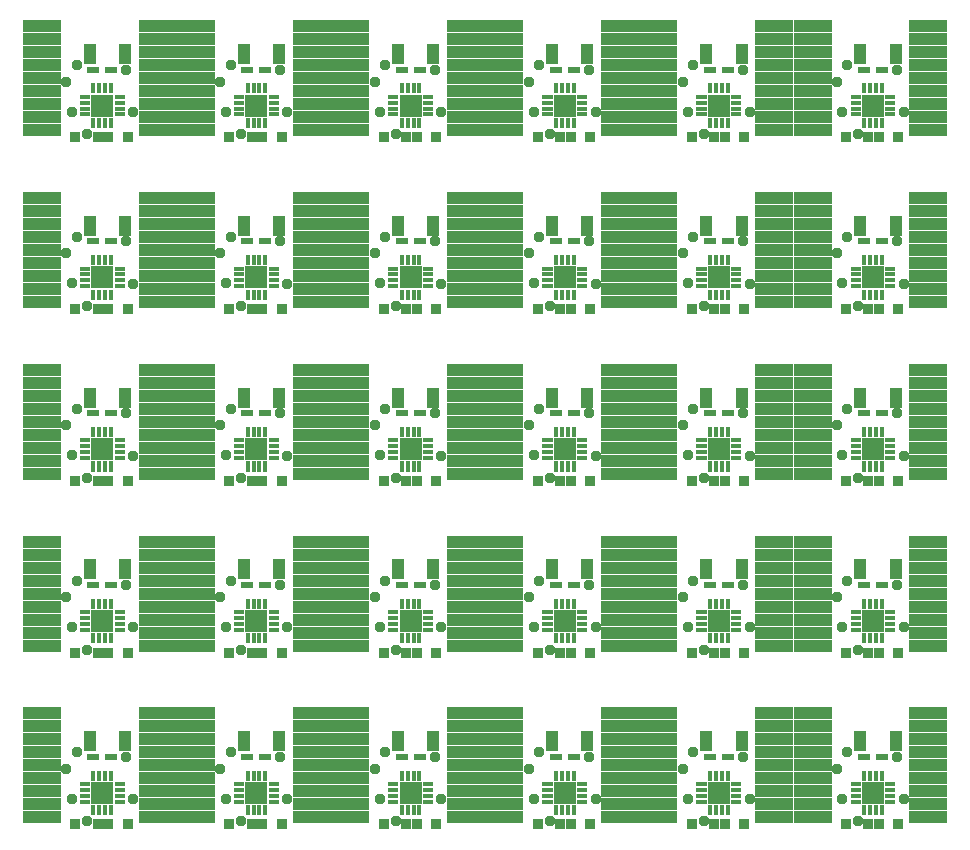
<source format=gts>
G75*
%MOIN*%
%OFA0B0*%
%FSLAX25Y25*%
%IPPOS*%
%LPD*%
%AMOC8*
5,1,8,0,0,1.08239X$1,22.5*
%
%ADD10R,0.12611X0.03950*%
%ADD11C,0.03950*%
%ADD12R,0.01981X0.02375*%
%ADD13C,0.01575*%
%ADD14R,0.06890X0.06890*%
%ADD15R,0.01575X0.02756*%
%ADD16R,0.02756X0.01575*%
%ADD17R,0.07493X0.07493*%
%ADD18R,0.03950X0.06706*%
%ADD19R,0.03556X0.03556*%
%ADD20C,0.03778*%
D10*
X0044799Y0044799D03*
X0044799Y0049130D03*
X0044799Y0053461D03*
X0044799Y0057791D03*
X0044799Y0062122D03*
X0044799Y0066453D03*
X0044799Y0070783D03*
X0044799Y0075114D03*
X0044799Y0079445D03*
X0044799Y0102075D03*
X0044799Y0106406D03*
X0044799Y0110736D03*
X0044799Y0115067D03*
X0044799Y0119398D03*
X0044799Y0123728D03*
X0044799Y0128059D03*
X0044799Y0132390D03*
X0044799Y0136720D03*
X0044799Y0159350D03*
X0044799Y0163681D03*
X0044799Y0168012D03*
X0044799Y0172343D03*
X0044799Y0176673D03*
X0044799Y0181004D03*
X0044799Y0185335D03*
X0044799Y0189665D03*
X0044799Y0193996D03*
X0044799Y0216626D03*
X0044799Y0220957D03*
X0044799Y0225287D03*
X0044799Y0229618D03*
X0044799Y0233949D03*
X0044799Y0238280D03*
X0044799Y0242610D03*
X0044799Y0246941D03*
X0044799Y0251272D03*
X0044799Y0273902D03*
X0044799Y0278232D03*
X0044799Y0282563D03*
X0044799Y0286894D03*
X0044799Y0291224D03*
X0044799Y0295555D03*
X0044799Y0299886D03*
X0044799Y0304217D03*
X0044799Y0308547D03*
X0083382Y0308547D03*
X0083382Y0304217D03*
X0083382Y0299886D03*
X0083382Y0295555D03*
X0083382Y0291224D03*
X0083382Y0286894D03*
X0083382Y0282563D03*
X0083382Y0278232D03*
X0083382Y0273902D03*
X0096169Y0273902D03*
X0096169Y0278232D03*
X0096169Y0282563D03*
X0096169Y0286894D03*
X0096169Y0291224D03*
X0096169Y0295555D03*
X0096169Y0299886D03*
X0096169Y0304217D03*
X0096169Y0308547D03*
X0134752Y0308547D03*
X0134752Y0304217D03*
X0134752Y0299886D03*
X0134752Y0295555D03*
X0134752Y0291224D03*
X0134752Y0286894D03*
X0134752Y0282563D03*
X0134752Y0278232D03*
X0134752Y0273902D03*
X0147539Y0273902D03*
X0147539Y0278232D03*
X0147539Y0282563D03*
X0147539Y0286894D03*
X0147539Y0291224D03*
X0147539Y0295555D03*
X0147539Y0299886D03*
X0147539Y0304217D03*
X0147539Y0308547D03*
X0186122Y0308547D03*
X0186122Y0304217D03*
X0186122Y0299886D03*
X0186122Y0295555D03*
X0186122Y0291224D03*
X0186122Y0286894D03*
X0186122Y0282563D03*
X0186122Y0278232D03*
X0186122Y0273902D03*
X0198909Y0273902D03*
X0198909Y0278232D03*
X0198909Y0282563D03*
X0198909Y0286894D03*
X0198909Y0291224D03*
X0198909Y0295555D03*
X0198909Y0299886D03*
X0198909Y0304217D03*
X0198909Y0308547D03*
X0237492Y0308547D03*
X0237492Y0304217D03*
X0237492Y0299886D03*
X0237492Y0295555D03*
X0237492Y0291224D03*
X0237492Y0286894D03*
X0237492Y0282563D03*
X0237492Y0278232D03*
X0237492Y0273902D03*
X0250280Y0273902D03*
X0250280Y0278232D03*
X0250280Y0282563D03*
X0250280Y0286894D03*
X0250280Y0291224D03*
X0250280Y0295555D03*
X0250280Y0299886D03*
X0250280Y0304217D03*
X0250280Y0308547D03*
X0288862Y0308547D03*
X0288862Y0304217D03*
X0288862Y0299886D03*
X0288862Y0295555D03*
X0288862Y0291224D03*
X0288862Y0286894D03*
X0288862Y0282563D03*
X0288862Y0278232D03*
X0288862Y0273902D03*
X0301650Y0273902D03*
X0301650Y0278232D03*
X0301650Y0282563D03*
X0301650Y0286894D03*
X0301650Y0291224D03*
X0301650Y0295555D03*
X0301650Y0299886D03*
X0301650Y0304217D03*
X0301650Y0308547D03*
X0340232Y0308547D03*
X0340232Y0304217D03*
X0340232Y0299886D03*
X0340232Y0295555D03*
X0340232Y0291224D03*
X0340232Y0286894D03*
X0340232Y0282563D03*
X0340232Y0278232D03*
X0340232Y0273902D03*
X0340232Y0251272D03*
X0340232Y0246941D03*
X0340232Y0242610D03*
X0340232Y0238280D03*
X0340232Y0233949D03*
X0340232Y0229618D03*
X0340232Y0225287D03*
X0340232Y0220957D03*
X0340232Y0216626D03*
X0340232Y0193996D03*
X0340232Y0189665D03*
X0340232Y0185335D03*
X0340232Y0181004D03*
X0340232Y0176673D03*
X0340232Y0172343D03*
X0340232Y0168012D03*
X0340232Y0163681D03*
X0340232Y0159350D03*
X0340232Y0136720D03*
X0340232Y0132390D03*
X0340232Y0128059D03*
X0340232Y0123728D03*
X0340232Y0119398D03*
X0340232Y0115067D03*
X0340232Y0110736D03*
X0340232Y0106406D03*
X0340232Y0102075D03*
X0340232Y0079445D03*
X0340232Y0075114D03*
X0340232Y0070783D03*
X0340232Y0066453D03*
X0340232Y0062122D03*
X0340232Y0057791D03*
X0340232Y0053461D03*
X0340232Y0049130D03*
X0340232Y0044799D03*
X0301650Y0044799D03*
X0301650Y0049130D03*
X0301650Y0053461D03*
X0301650Y0057791D03*
X0301650Y0062122D03*
X0301650Y0066453D03*
X0301650Y0070783D03*
X0301650Y0075114D03*
X0301650Y0079445D03*
X0288862Y0079445D03*
X0288862Y0075114D03*
X0288862Y0070783D03*
X0288862Y0066453D03*
X0288862Y0062122D03*
X0288862Y0057791D03*
X0288862Y0053461D03*
X0288862Y0049130D03*
X0288862Y0044799D03*
X0250280Y0044799D03*
X0250280Y0049130D03*
X0250280Y0053461D03*
X0250280Y0057791D03*
X0250280Y0062122D03*
X0250280Y0066453D03*
X0250280Y0070783D03*
X0250280Y0075114D03*
X0250280Y0079445D03*
X0237492Y0079445D03*
X0237492Y0075114D03*
X0237492Y0070783D03*
X0237492Y0066453D03*
X0237492Y0062122D03*
X0237492Y0057791D03*
X0237492Y0053461D03*
X0237492Y0049130D03*
X0237492Y0044799D03*
X0198909Y0044799D03*
X0198909Y0049130D03*
X0198909Y0053461D03*
X0198909Y0057791D03*
X0198909Y0062122D03*
X0198909Y0066453D03*
X0198909Y0070783D03*
X0198909Y0075114D03*
X0198909Y0079445D03*
X0186122Y0079445D03*
X0186122Y0075114D03*
X0186122Y0070783D03*
X0186122Y0066453D03*
X0186122Y0062122D03*
X0186122Y0057791D03*
X0186122Y0053461D03*
X0186122Y0049130D03*
X0186122Y0044799D03*
X0147539Y0044799D03*
X0147539Y0049130D03*
X0147539Y0053461D03*
X0147539Y0057791D03*
X0147539Y0062122D03*
X0147539Y0066453D03*
X0147539Y0070783D03*
X0147539Y0075114D03*
X0147539Y0079445D03*
X0134752Y0079445D03*
X0134752Y0075114D03*
X0134752Y0070783D03*
X0134752Y0066453D03*
X0134752Y0062122D03*
X0134752Y0057791D03*
X0134752Y0053461D03*
X0134752Y0049130D03*
X0134752Y0044799D03*
X0096169Y0044799D03*
X0096169Y0049130D03*
X0096169Y0053461D03*
X0096169Y0057791D03*
X0096169Y0062122D03*
X0096169Y0066453D03*
X0096169Y0070783D03*
X0096169Y0075114D03*
X0096169Y0079445D03*
X0083382Y0079445D03*
X0083382Y0075114D03*
X0083382Y0070783D03*
X0083382Y0066453D03*
X0083382Y0062122D03*
X0083382Y0057791D03*
X0083382Y0053461D03*
X0083382Y0049130D03*
X0083382Y0044799D03*
X0083382Y0102075D03*
X0083382Y0106406D03*
X0083382Y0110736D03*
X0083382Y0115067D03*
X0083382Y0119398D03*
X0083382Y0123728D03*
X0083382Y0128059D03*
X0083382Y0132390D03*
X0083382Y0136720D03*
X0096169Y0136720D03*
X0096169Y0132390D03*
X0096169Y0128059D03*
X0096169Y0123728D03*
X0096169Y0119398D03*
X0096169Y0115067D03*
X0096169Y0110736D03*
X0096169Y0106406D03*
X0096169Y0102075D03*
X0134752Y0102075D03*
X0134752Y0106406D03*
X0134752Y0110736D03*
X0134752Y0115067D03*
X0134752Y0119398D03*
X0134752Y0123728D03*
X0134752Y0128059D03*
X0134752Y0132390D03*
X0134752Y0136720D03*
X0147539Y0136720D03*
X0147539Y0132390D03*
X0147539Y0128059D03*
X0147539Y0123728D03*
X0147539Y0119398D03*
X0147539Y0115067D03*
X0147539Y0110736D03*
X0147539Y0106406D03*
X0147539Y0102075D03*
X0186122Y0102075D03*
X0186122Y0106406D03*
X0186122Y0110736D03*
X0186122Y0115067D03*
X0186122Y0119398D03*
X0186122Y0123728D03*
X0186122Y0128059D03*
X0186122Y0132390D03*
X0186122Y0136720D03*
X0198909Y0136720D03*
X0198909Y0132390D03*
X0198909Y0128059D03*
X0198909Y0123728D03*
X0198909Y0119398D03*
X0198909Y0115067D03*
X0198909Y0110736D03*
X0198909Y0106406D03*
X0198909Y0102075D03*
X0237492Y0102075D03*
X0237492Y0106406D03*
X0237492Y0110736D03*
X0237492Y0115067D03*
X0237492Y0119398D03*
X0237492Y0123728D03*
X0237492Y0128059D03*
X0237492Y0132390D03*
X0237492Y0136720D03*
X0250280Y0136720D03*
X0250280Y0132390D03*
X0250280Y0128059D03*
X0250280Y0123728D03*
X0250280Y0119398D03*
X0250280Y0115067D03*
X0250280Y0110736D03*
X0250280Y0106406D03*
X0250280Y0102075D03*
X0288862Y0102075D03*
X0288862Y0106406D03*
X0288862Y0110736D03*
X0288862Y0115067D03*
X0288862Y0119398D03*
X0288862Y0123728D03*
X0288862Y0128059D03*
X0288862Y0132390D03*
X0288862Y0136720D03*
X0301650Y0136720D03*
X0301650Y0132390D03*
X0301650Y0128059D03*
X0301650Y0123728D03*
X0301650Y0119398D03*
X0301650Y0115067D03*
X0301650Y0110736D03*
X0301650Y0106406D03*
X0301650Y0102075D03*
X0301650Y0159350D03*
X0301650Y0163681D03*
X0301650Y0168012D03*
X0301650Y0172343D03*
X0301650Y0176673D03*
X0301650Y0181004D03*
X0301650Y0185335D03*
X0301650Y0189665D03*
X0301650Y0193996D03*
X0288862Y0193996D03*
X0288862Y0189665D03*
X0288862Y0185335D03*
X0288862Y0181004D03*
X0288862Y0176673D03*
X0288862Y0172343D03*
X0288862Y0168012D03*
X0288862Y0163681D03*
X0288862Y0159350D03*
X0250280Y0159350D03*
X0250280Y0163681D03*
X0250280Y0168012D03*
X0250280Y0172343D03*
X0250280Y0176673D03*
X0250280Y0181004D03*
X0250280Y0185335D03*
X0250280Y0189665D03*
X0250280Y0193996D03*
X0237492Y0193996D03*
X0237492Y0189665D03*
X0237492Y0185335D03*
X0237492Y0181004D03*
X0237492Y0176673D03*
X0237492Y0172343D03*
X0237492Y0168012D03*
X0237492Y0163681D03*
X0237492Y0159350D03*
X0198909Y0159350D03*
X0198909Y0163681D03*
X0198909Y0168012D03*
X0198909Y0172343D03*
X0198909Y0176673D03*
X0198909Y0181004D03*
X0198909Y0185335D03*
X0198909Y0189665D03*
X0198909Y0193996D03*
X0186122Y0193996D03*
X0186122Y0189665D03*
X0186122Y0185335D03*
X0186122Y0181004D03*
X0186122Y0176673D03*
X0186122Y0172343D03*
X0186122Y0168012D03*
X0186122Y0163681D03*
X0186122Y0159350D03*
X0147539Y0159350D03*
X0147539Y0163681D03*
X0147539Y0168012D03*
X0147539Y0172343D03*
X0147539Y0176673D03*
X0147539Y0181004D03*
X0147539Y0185335D03*
X0147539Y0189665D03*
X0147539Y0193996D03*
X0134752Y0193996D03*
X0134752Y0189665D03*
X0134752Y0185335D03*
X0134752Y0181004D03*
X0134752Y0176673D03*
X0134752Y0172343D03*
X0134752Y0168012D03*
X0134752Y0163681D03*
X0134752Y0159350D03*
X0096169Y0159350D03*
X0096169Y0163681D03*
X0096169Y0168012D03*
X0096169Y0172343D03*
X0096169Y0176673D03*
X0096169Y0181004D03*
X0096169Y0185335D03*
X0096169Y0189665D03*
X0096169Y0193996D03*
X0083382Y0193996D03*
X0083382Y0189665D03*
X0083382Y0185335D03*
X0083382Y0181004D03*
X0083382Y0176673D03*
X0083382Y0172343D03*
X0083382Y0168012D03*
X0083382Y0163681D03*
X0083382Y0159350D03*
X0083382Y0216626D03*
X0083382Y0220957D03*
X0083382Y0225287D03*
X0083382Y0229618D03*
X0083382Y0233949D03*
X0083382Y0238280D03*
X0083382Y0242610D03*
X0083382Y0246941D03*
X0083382Y0251272D03*
X0096169Y0251272D03*
X0096169Y0246941D03*
X0096169Y0242610D03*
X0096169Y0238280D03*
X0096169Y0233949D03*
X0096169Y0229618D03*
X0096169Y0225287D03*
X0096169Y0220957D03*
X0096169Y0216626D03*
X0134752Y0216626D03*
X0134752Y0220957D03*
X0134752Y0225287D03*
X0134752Y0229618D03*
X0134752Y0233949D03*
X0134752Y0238280D03*
X0134752Y0242610D03*
X0134752Y0246941D03*
X0134752Y0251272D03*
X0147539Y0251272D03*
X0147539Y0246941D03*
X0147539Y0242610D03*
X0147539Y0238280D03*
X0147539Y0233949D03*
X0147539Y0229618D03*
X0147539Y0225287D03*
X0147539Y0220957D03*
X0147539Y0216626D03*
X0186122Y0216626D03*
X0186122Y0220957D03*
X0186122Y0225287D03*
X0186122Y0229618D03*
X0186122Y0233949D03*
X0186122Y0238280D03*
X0186122Y0242610D03*
X0186122Y0246941D03*
X0186122Y0251272D03*
X0198909Y0251272D03*
X0198909Y0246941D03*
X0198909Y0242610D03*
X0198909Y0238280D03*
X0198909Y0233949D03*
X0198909Y0229618D03*
X0198909Y0225287D03*
X0198909Y0220957D03*
X0198909Y0216626D03*
X0237492Y0216626D03*
X0237492Y0220957D03*
X0237492Y0225287D03*
X0237492Y0229618D03*
X0237492Y0233949D03*
X0237492Y0238280D03*
X0237492Y0242610D03*
X0237492Y0246941D03*
X0237492Y0251272D03*
X0250280Y0251272D03*
X0250280Y0246941D03*
X0250280Y0242610D03*
X0250280Y0238280D03*
X0250280Y0233949D03*
X0250280Y0229618D03*
X0250280Y0225287D03*
X0250280Y0220957D03*
X0250280Y0216626D03*
X0288862Y0216626D03*
X0288862Y0220957D03*
X0288862Y0225287D03*
X0288862Y0229618D03*
X0288862Y0233949D03*
X0288862Y0238280D03*
X0288862Y0242610D03*
X0288862Y0246941D03*
X0288862Y0251272D03*
X0301650Y0251272D03*
X0301650Y0246941D03*
X0301650Y0242610D03*
X0301650Y0238280D03*
X0301650Y0233949D03*
X0301650Y0229618D03*
X0301650Y0225287D03*
X0301650Y0220957D03*
X0301650Y0216626D03*
D11*
X0044405Y0044799D03*
X0044405Y0049130D03*
X0044405Y0053461D03*
X0044405Y0057791D03*
X0044405Y0062122D03*
X0044405Y0066453D03*
X0044405Y0070783D03*
X0044405Y0075114D03*
X0044405Y0079445D03*
X0048736Y0079445D03*
X0048736Y0075114D03*
X0048736Y0070783D03*
X0048736Y0066453D03*
X0048736Y0062122D03*
X0048736Y0057791D03*
X0048736Y0053461D03*
X0048736Y0049130D03*
X0048736Y0044799D03*
X0079445Y0044799D03*
X0083776Y0044799D03*
X0083776Y0049130D03*
X0079445Y0049130D03*
X0079445Y0053461D03*
X0079445Y0057791D03*
X0083776Y0057791D03*
X0083776Y0053461D03*
X0083776Y0062122D03*
X0083776Y0066453D03*
X0079445Y0066453D03*
X0079445Y0062122D03*
X0079445Y0070783D03*
X0083776Y0070783D03*
X0083776Y0075114D03*
X0083776Y0079445D03*
X0079445Y0079445D03*
X0079445Y0075114D03*
X0095776Y0075114D03*
X0100106Y0075114D03*
X0100106Y0070783D03*
X0095776Y0070783D03*
X0095776Y0066453D03*
X0100106Y0066453D03*
X0100106Y0062122D03*
X0095776Y0062122D03*
X0095776Y0057791D03*
X0100106Y0057791D03*
X0100106Y0053461D03*
X0095776Y0053461D03*
X0095776Y0049130D03*
X0100106Y0049130D03*
X0100106Y0044799D03*
X0095776Y0044799D03*
X0095776Y0079445D03*
X0100106Y0079445D03*
X0100106Y0102075D03*
X0095776Y0102075D03*
X0095776Y0106406D03*
X0095776Y0110736D03*
X0100106Y0110736D03*
X0100106Y0106406D03*
X0100106Y0115067D03*
X0095776Y0115067D03*
X0095776Y0119398D03*
X0100106Y0119398D03*
X0100106Y0123728D03*
X0095776Y0123728D03*
X0095776Y0128059D03*
X0100106Y0128059D03*
X0100106Y0132390D03*
X0095776Y0132390D03*
X0095776Y0136720D03*
X0100106Y0136720D03*
X0083776Y0136720D03*
X0083776Y0132390D03*
X0083776Y0128059D03*
X0083776Y0123728D03*
X0079445Y0123728D03*
X0079445Y0128059D03*
X0079445Y0132390D03*
X0079445Y0136720D03*
X0079445Y0119398D03*
X0083776Y0119398D03*
X0083776Y0115067D03*
X0083776Y0110736D03*
X0083776Y0106406D03*
X0079445Y0106406D03*
X0079445Y0110736D03*
X0079445Y0115067D03*
X0079445Y0102075D03*
X0083776Y0102075D03*
X0048736Y0102075D03*
X0048736Y0106406D03*
X0048736Y0110736D03*
X0048736Y0115067D03*
X0048736Y0119398D03*
X0048736Y0123728D03*
X0048736Y0128059D03*
X0048736Y0132390D03*
X0048736Y0136720D03*
X0044405Y0136720D03*
X0044405Y0132390D03*
X0044405Y0128059D03*
X0044405Y0123728D03*
X0044405Y0119398D03*
X0044405Y0115067D03*
X0044405Y0110736D03*
X0044405Y0106406D03*
X0044405Y0102075D03*
X0044405Y0159350D03*
X0044405Y0163681D03*
X0044405Y0168012D03*
X0044405Y0172343D03*
X0044405Y0176673D03*
X0044405Y0181004D03*
X0044405Y0185335D03*
X0044405Y0189665D03*
X0044405Y0193996D03*
X0048736Y0193996D03*
X0048736Y0189665D03*
X0048736Y0185335D03*
X0048736Y0181004D03*
X0048736Y0176673D03*
X0048736Y0172343D03*
X0048736Y0168012D03*
X0048736Y0163681D03*
X0048736Y0159350D03*
X0079445Y0159350D03*
X0083776Y0159350D03*
X0083776Y0163681D03*
X0083776Y0168012D03*
X0079445Y0168012D03*
X0079445Y0163681D03*
X0079445Y0172343D03*
X0079445Y0176673D03*
X0083776Y0176673D03*
X0083776Y0172343D03*
X0083776Y0181004D03*
X0083776Y0185335D03*
X0083776Y0189665D03*
X0079445Y0189665D03*
X0079445Y0185335D03*
X0079445Y0181004D03*
X0079445Y0193996D03*
X0083776Y0193996D03*
X0095776Y0193996D03*
X0100106Y0193996D03*
X0100106Y0189665D03*
X0100106Y0185335D03*
X0095776Y0185335D03*
X0095776Y0189665D03*
X0095776Y0181004D03*
X0100106Y0181004D03*
X0100106Y0176673D03*
X0095776Y0176673D03*
X0095776Y0172343D03*
X0100106Y0172343D03*
X0100106Y0168012D03*
X0095776Y0168012D03*
X0095776Y0163681D03*
X0100106Y0163681D03*
X0100106Y0159350D03*
X0095776Y0159350D03*
X0130815Y0159350D03*
X0135146Y0159350D03*
X0135146Y0163681D03*
X0135146Y0168012D03*
X0130815Y0168012D03*
X0130815Y0163681D03*
X0130815Y0172343D03*
X0130815Y0176673D03*
X0135146Y0176673D03*
X0135146Y0172343D03*
X0135146Y0181004D03*
X0135146Y0185335D03*
X0135146Y0189665D03*
X0130815Y0189665D03*
X0130815Y0185335D03*
X0130815Y0181004D03*
X0130815Y0193996D03*
X0135146Y0193996D03*
X0147146Y0193996D03*
X0151476Y0193996D03*
X0151476Y0189665D03*
X0147146Y0189665D03*
X0147146Y0185335D03*
X0151476Y0185335D03*
X0151476Y0181004D03*
X0147146Y0181004D03*
X0147146Y0176673D03*
X0151476Y0176673D03*
X0151476Y0172343D03*
X0147146Y0172343D03*
X0147146Y0168012D03*
X0151476Y0168012D03*
X0151476Y0163681D03*
X0147146Y0163681D03*
X0147146Y0159350D03*
X0151476Y0159350D03*
X0151476Y0136720D03*
X0151476Y0132390D03*
X0147146Y0132390D03*
X0147146Y0136720D03*
X0147146Y0128059D03*
X0151476Y0128059D03*
X0151476Y0123728D03*
X0147146Y0123728D03*
X0147146Y0119398D03*
X0151476Y0119398D03*
X0151476Y0115067D03*
X0147146Y0115067D03*
X0147146Y0110736D03*
X0151476Y0110736D03*
X0151476Y0106406D03*
X0147146Y0106406D03*
X0147146Y0102075D03*
X0151476Y0102075D03*
X0135146Y0102075D03*
X0135146Y0106406D03*
X0135146Y0110736D03*
X0135146Y0115067D03*
X0135146Y0119398D03*
X0130815Y0119398D03*
X0130815Y0115067D03*
X0130815Y0110736D03*
X0130815Y0106406D03*
X0130815Y0102075D03*
X0130815Y0123728D03*
X0135146Y0123728D03*
X0135146Y0128059D03*
X0135146Y0132390D03*
X0135146Y0136720D03*
X0130815Y0136720D03*
X0130815Y0132390D03*
X0130815Y0128059D03*
X0182185Y0128059D03*
X0182185Y0123728D03*
X0186516Y0123728D03*
X0186516Y0128059D03*
X0186516Y0132390D03*
X0186516Y0136720D03*
X0182185Y0136720D03*
X0182185Y0132390D03*
X0182185Y0119398D03*
X0186516Y0119398D03*
X0186516Y0115067D03*
X0186516Y0110736D03*
X0186516Y0106406D03*
X0182185Y0106406D03*
X0182185Y0110736D03*
X0182185Y0115067D03*
X0182185Y0102075D03*
X0186516Y0102075D03*
X0198516Y0102075D03*
X0202846Y0102075D03*
X0202846Y0106406D03*
X0202846Y0110736D03*
X0198516Y0110736D03*
X0198516Y0106406D03*
X0198516Y0115067D03*
X0202846Y0115067D03*
X0202846Y0119398D03*
X0198516Y0119398D03*
X0198516Y0123728D03*
X0202846Y0123728D03*
X0202846Y0128059D03*
X0198516Y0128059D03*
X0198516Y0132390D03*
X0202846Y0132390D03*
X0202846Y0136720D03*
X0198516Y0136720D03*
X0198516Y0159350D03*
X0202846Y0159350D03*
X0202846Y0163681D03*
X0198516Y0163681D03*
X0198516Y0168012D03*
X0202846Y0168012D03*
X0202846Y0172343D03*
X0202846Y0176673D03*
X0198516Y0176673D03*
X0198516Y0172343D03*
X0198516Y0181004D03*
X0202846Y0181004D03*
X0202846Y0185335D03*
X0198516Y0185335D03*
X0198516Y0189665D03*
X0202846Y0189665D03*
X0202846Y0193996D03*
X0198516Y0193996D03*
X0186516Y0193996D03*
X0182185Y0193996D03*
X0182185Y0189665D03*
X0182185Y0185335D03*
X0186516Y0185335D03*
X0186516Y0189665D03*
X0186516Y0181004D03*
X0186516Y0176673D03*
X0186516Y0172343D03*
X0182185Y0172343D03*
X0182185Y0176673D03*
X0182185Y0181004D03*
X0182185Y0168012D03*
X0186516Y0168012D03*
X0186516Y0163681D03*
X0186516Y0159350D03*
X0182185Y0159350D03*
X0182185Y0163681D03*
X0233555Y0163681D03*
X0233555Y0159350D03*
X0237886Y0159350D03*
X0237886Y0163681D03*
X0237886Y0168012D03*
X0233555Y0168012D03*
X0233555Y0172343D03*
X0233555Y0176673D03*
X0237886Y0176673D03*
X0237886Y0172343D03*
X0237886Y0181004D03*
X0237886Y0185335D03*
X0237886Y0189665D03*
X0233555Y0189665D03*
X0233555Y0185335D03*
X0233555Y0181004D03*
X0233555Y0193996D03*
X0237886Y0193996D03*
X0249886Y0193996D03*
X0254217Y0193996D03*
X0254217Y0189665D03*
X0254217Y0185335D03*
X0254217Y0181004D03*
X0254217Y0176673D03*
X0254217Y0172343D03*
X0254217Y0168012D03*
X0254217Y0163681D03*
X0254217Y0159350D03*
X0249886Y0159350D03*
X0249886Y0163681D03*
X0249886Y0168012D03*
X0249886Y0172343D03*
X0249886Y0176673D03*
X0249886Y0181004D03*
X0249886Y0185335D03*
X0249886Y0189665D03*
X0249886Y0216626D03*
X0249886Y0220957D03*
X0249886Y0225287D03*
X0249886Y0229618D03*
X0249886Y0233949D03*
X0249886Y0238280D03*
X0249886Y0242610D03*
X0249886Y0246941D03*
X0249886Y0251272D03*
X0254217Y0251272D03*
X0254217Y0246941D03*
X0254217Y0242610D03*
X0254217Y0238280D03*
X0254217Y0233949D03*
X0254217Y0229618D03*
X0254217Y0225287D03*
X0254217Y0220957D03*
X0254217Y0216626D03*
X0237886Y0216626D03*
X0237886Y0220957D03*
X0233555Y0220957D03*
X0233555Y0216626D03*
X0233555Y0225287D03*
X0237886Y0225287D03*
X0237886Y0229618D03*
X0237886Y0233949D03*
X0237886Y0238280D03*
X0233555Y0238280D03*
X0233555Y0233949D03*
X0233555Y0229618D03*
X0233555Y0242610D03*
X0237886Y0242610D03*
X0237886Y0246941D03*
X0237886Y0251272D03*
X0233555Y0251272D03*
X0233555Y0246941D03*
X0233555Y0273902D03*
X0237886Y0273902D03*
X0237886Y0278232D03*
X0233555Y0278232D03*
X0233555Y0282563D03*
X0233555Y0286894D03*
X0233555Y0291224D03*
X0237886Y0291224D03*
X0237886Y0286894D03*
X0237886Y0282563D03*
X0249886Y0282563D03*
X0249886Y0278232D03*
X0249886Y0273902D03*
X0254217Y0273902D03*
X0254217Y0278232D03*
X0254217Y0282563D03*
X0254217Y0286894D03*
X0254217Y0291224D03*
X0254217Y0295555D03*
X0254217Y0299886D03*
X0254217Y0304217D03*
X0254217Y0308547D03*
X0249886Y0308547D03*
X0249886Y0304217D03*
X0249886Y0299886D03*
X0249886Y0295555D03*
X0249886Y0291224D03*
X0249886Y0286894D03*
X0237886Y0295555D03*
X0237886Y0299886D03*
X0237886Y0304217D03*
X0237886Y0308547D03*
X0233555Y0308547D03*
X0233555Y0304217D03*
X0233555Y0299886D03*
X0233555Y0295555D03*
X0202846Y0295555D03*
X0198516Y0295555D03*
X0198516Y0299886D03*
X0202846Y0299886D03*
X0202846Y0304217D03*
X0202846Y0308547D03*
X0198516Y0308547D03*
X0198516Y0304217D03*
X0186516Y0304217D03*
X0186516Y0308547D03*
X0182185Y0308547D03*
X0182185Y0304217D03*
X0182185Y0299886D03*
X0186516Y0299886D03*
X0186516Y0295555D03*
X0182185Y0295555D03*
X0182185Y0291224D03*
X0182185Y0286894D03*
X0186516Y0286894D03*
X0186516Y0291224D03*
X0186516Y0282563D03*
X0186516Y0278232D03*
X0182185Y0278232D03*
X0182185Y0282563D03*
X0182185Y0273902D03*
X0186516Y0273902D03*
X0198516Y0273902D03*
X0202846Y0273902D03*
X0202846Y0278232D03*
X0198516Y0278232D03*
X0198516Y0282563D03*
X0202846Y0282563D03*
X0202846Y0286894D03*
X0198516Y0286894D03*
X0198516Y0291224D03*
X0202846Y0291224D03*
X0202846Y0251272D03*
X0198516Y0251272D03*
X0198516Y0246941D03*
X0202846Y0246941D03*
X0202846Y0242610D03*
X0198516Y0242610D03*
X0198516Y0238280D03*
X0202846Y0238280D03*
X0202846Y0233949D03*
X0198516Y0233949D03*
X0198516Y0229618D03*
X0202846Y0229618D03*
X0202846Y0225287D03*
X0198516Y0225287D03*
X0198516Y0220957D03*
X0202846Y0220957D03*
X0202846Y0216626D03*
X0198516Y0216626D03*
X0186516Y0216626D03*
X0186516Y0220957D03*
X0182185Y0220957D03*
X0182185Y0216626D03*
X0182185Y0225287D03*
X0186516Y0225287D03*
X0186516Y0229618D03*
X0186516Y0233949D03*
X0186516Y0238280D03*
X0182185Y0238280D03*
X0182185Y0233949D03*
X0182185Y0229618D03*
X0182185Y0242610D03*
X0186516Y0242610D03*
X0186516Y0246941D03*
X0186516Y0251272D03*
X0182185Y0251272D03*
X0182185Y0246941D03*
X0151476Y0246941D03*
X0147146Y0246941D03*
X0147146Y0251272D03*
X0151476Y0251272D03*
X0151476Y0242610D03*
X0147146Y0242610D03*
X0147146Y0238280D03*
X0151476Y0238280D03*
X0151476Y0233949D03*
X0147146Y0233949D03*
X0147146Y0229618D03*
X0151476Y0229618D03*
X0151476Y0225287D03*
X0147146Y0225287D03*
X0147146Y0220957D03*
X0151476Y0220957D03*
X0151476Y0216626D03*
X0147146Y0216626D03*
X0135146Y0216626D03*
X0135146Y0220957D03*
X0130815Y0220957D03*
X0130815Y0216626D03*
X0130815Y0225287D03*
X0135146Y0225287D03*
X0135146Y0229618D03*
X0135146Y0233949D03*
X0135146Y0238280D03*
X0130815Y0238280D03*
X0130815Y0233949D03*
X0130815Y0229618D03*
X0130815Y0242610D03*
X0135146Y0242610D03*
X0135146Y0246941D03*
X0135146Y0251272D03*
X0130815Y0251272D03*
X0130815Y0246941D03*
X0130815Y0273902D03*
X0135146Y0273902D03*
X0135146Y0278232D03*
X0135146Y0282563D03*
X0135146Y0286894D03*
X0135146Y0291224D03*
X0130815Y0291224D03*
X0130815Y0286894D03*
X0130815Y0282563D03*
X0130815Y0278232D03*
X0147146Y0278232D03*
X0151476Y0278232D03*
X0151476Y0282563D03*
X0147146Y0282563D03*
X0147146Y0286894D03*
X0151476Y0286894D03*
X0151476Y0291224D03*
X0147146Y0291224D03*
X0147146Y0295555D03*
X0151476Y0295555D03*
X0151476Y0299886D03*
X0147146Y0299886D03*
X0147146Y0304217D03*
X0147146Y0308547D03*
X0151476Y0308547D03*
X0151476Y0304217D03*
X0135146Y0304217D03*
X0135146Y0308547D03*
X0130815Y0308547D03*
X0130815Y0304217D03*
X0130815Y0299886D03*
X0135146Y0299886D03*
X0135146Y0295555D03*
X0130815Y0295555D03*
X0147146Y0273902D03*
X0151476Y0273902D03*
X0100106Y0273902D03*
X0095776Y0273902D03*
X0095776Y0278232D03*
X0100106Y0278232D03*
X0100106Y0282563D03*
X0095776Y0282563D03*
X0095776Y0286894D03*
X0100106Y0286894D03*
X0100106Y0291224D03*
X0095776Y0291224D03*
X0095776Y0295555D03*
X0100106Y0295555D03*
X0100106Y0299886D03*
X0095776Y0299886D03*
X0095776Y0304217D03*
X0095776Y0308547D03*
X0100106Y0308547D03*
X0100106Y0304217D03*
X0083776Y0304217D03*
X0083776Y0308547D03*
X0079445Y0308547D03*
X0079445Y0304217D03*
X0079445Y0299886D03*
X0083776Y0299886D03*
X0083776Y0295555D03*
X0079445Y0295555D03*
X0079445Y0291224D03*
X0079445Y0286894D03*
X0083776Y0286894D03*
X0083776Y0291224D03*
X0083776Y0282563D03*
X0083776Y0278232D03*
X0079445Y0278232D03*
X0079445Y0282563D03*
X0079445Y0273902D03*
X0083776Y0273902D03*
X0083776Y0251272D03*
X0083776Y0246941D03*
X0083776Y0242610D03*
X0079445Y0242610D03*
X0079445Y0246941D03*
X0079445Y0251272D03*
X0079445Y0238280D03*
X0083776Y0238280D03*
X0083776Y0233949D03*
X0083776Y0229618D03*
X0083776Y0225287D03*
X0079445Y0225287D03*
X0079445Y0229618D03*
X0079445Y0233949D03*
X0079445Y0220957D03*
X0083776Y0220957D03*
X0083776Y0216626D03*
X0079445Y0216626D03*
X0095776Y0216626D03*
X0100106Y0216626D03*
X0100106Y0220957D03*
X0095776Y0220957D03*
X0095776Y0225287D03*
X0100106Y0225287D03*
X0100106Y0229618D03*
X0095776Y0229618D03*
X0095776Y0233949D03*
X0100106Y0233949D03*
X0100106Y0238280D03*
X0095776Y0238280D03*
X0095776Y0242610D03*
X0100106Y0242610D03*
X0100106Y0246941D03*
X0095776Y0246941D03*
X0095776Y0251272D03*
X0100106Y0251272D03*
X0048736Y0251272D03*
X0048736Y0246941D03*
X0048736Y0242610D03*
X0048736Y0238280D03*
X0048736Y0233949D03*
X0048736Y0229618D03*
X0048736Y0225287D03*
X0048736Y0220957D03*
X0048736Y0216626D03*
X0044405Y0216626D03*
X0044405Y0220957D03*
X0044405Y0225287D03*
X0044405Y0229618D03*
X0044405Y0233949D03*
X0044405Y0238280D03*
X0044405Y0242610D03*
X0044405Y0246941D03*
X0044405Y0251272D03*
X0044405Y0273902D03*
X0044405Y0278232D03*
X0044405Y0282563D03*
X0044405Y0286894D03*
X0044405Y0291224D03*
X0044405Y0295555D03*
X0044405Y0299886D03*
X0044405Y0304217D03*
X0044405Y0308547D03*
X0048736Y0308547D03*
X0048736Y0304217D03*
X0048736Y0299886D03*
X0048736Y0295555D03*
X0048736Y0291224D03*
X0048736Y0286894D03*
X0048736Y0282563D03*
X0048736Y0278232D03*
X0048736Y0273902D03*
X0233555Y0136720D03*
X0233555Y0132390D03*
X0237886Y0132390D03*
X0237886Y0136720D03*
X0237886Y0128059D03*
X0237886Y0123728D03*
X0233555Y0123728D03*
X0233555Y0128059D03*
X0233555Y0119398D03*
X0237886Y0119398D03*
X0237886Y0115067D03*
X0237886Y0110736D03*
X0237886Y0106406D03*
X0233555Y0106406D03*
X0233555Y0110736D03*
X0233555Y0115067D03*
X0233555Y0102075D03*
X0237886Y0102075D03*
X0249886Y0102075D03*
X0249886Y0106406D03*
X0249886Y0110736D03*
X0249886Y0115067D03*
X0249886Y0119398D03*
X0249886Y0123728D03*
X0249886Y0128059D03*
X0249886Y0132390D03*
X0249886Y0136720D03*
X0254217Y0136720D03*
X0254217Y0132390D03*
X0254217Y0128059D03*
X0254217Y0123728D03*
X0254217Y0119398D03*
X0254217Y0115067D03*
X0254217Y0110736D03*
X0254217Y0106406D03*
X0254217Y0102075D03*
X0254217Y0079445D03*
X0254217Y0075114D03*
X0254217Y0070783D03*
X0254217Y0066453D03*
X0254217Y0062122D03*
X0254217Y0057791D03*
X0254217Y0053461D03*
X0254217Y0049130D03*
X0254217Y0044799D03*
X0249886Y0044799D03*
X0249886Y0049130D03*
X0249886Y0053461D03*
X0249886Y0057791D03*
X0249886Y0062122D03*
X0249886Y0066453D03*
X0249886Y0070783D03*
X0249886Y0075114D03*
X0249886Y0079445D03*
X0237886Y0079445D03*
X0237886Y0075114D03*
X0237886Y0070783D03*
X0233555Y0070783D03*
X0233555Y0075114D03*
X0233555Y0079445D03*
X0233555Y0066453D03*
X0237886Y0066453D03*
X0237886Y0062122D03*
X0237886Y0057791D03*
X0237886Y0053461D03*
X0233555Y0053461D03*
X0233555Y0057791D03*
X0233555Y0062122D03*
X0233555Y0049130D03*
X0233555Y0044799D03*
X0237886Y0044799D03*
X0237886Y0049130D03*
X0202846Y0049130D03*
X0198516Y0049130D03*
X0198516Y0044799D03*
X0202846Y0044799D03*
X0202846Y0053461D03*
X0198516Y0053461D03*
X0198516Y0057791D03*
X0202846Y0057791D03*
X0202846Y0062122D03*
X0198516Y0062122D03*
X0198516Y0066453D03*
X0202846Y0066453D03*
X0202846Y0070783D03*
X0198516Y0070783D03*
X0198516Y0075114D03*
X0202846Y0075114D03*
X0202846Y0079445D03*
X0198516Y0079445D03*
X0186516Y0079445D03*
X0186516Y0075114D03*
X0186516Y0070783D03*
X0182185Y0070783D03*
X0182185Y0075114D03*
X0182185Y0079445D03*
X0182185Y0066453D03*
X0186516Y0066453D03*
X0186516Y0062122D03*
X0186516Y0057791D03*
X0186516Y0053461D03*
X0182185Y0053461D03*
X0182185Y0057791D03*
X0182185Y0062122D03*
X0182185Y0049130D03*
X0186516Y0049130D03*
X0186516Y0044799D03*
X0182185Y0044799D03*
X0151476Y0044799D03*
X0147146Y0044799D03*
X0147146Y0049130D03*
X0151476Y0049130D03*
X0151476Y0053461D03*
X0147146Y0053461D03*
X0147146Y0057791D03*
X0151476Y0057791D03*
X0151476Y0062122D03*
X0147146Y0062122D03*
X0147146Y0066453D03*
X0151476Y0066453D03*
X0151476Y0070783D03*
X0147146Y0070783D03*
X0147146Y0075114D03*
X0151476Y0075114D03*
X0151476Y0079445D03*
X0147146Y0079445D03*
X0135146Y0079445D03*
X0135146Y0075114D03*
X0135146Y0070783D03*
X0130815Y0070783D03*
X0130815Y0075114D03*
X0130815Y0079445D03*
X0130815Y0066453D03*
X0135146Y0066453D03*
X0135146Y0062122D03*
X0135146Y0057791D03*
X0135146Y0053461D03*
X0130815Y0053461D03*
X0130815Y0057791D03*
X0130815Y0062122D03*
X0130815Y0049130D03*
X0135146Y0049130D03*
X0135146Y0044799D03*
X0130815Y0044799D03*
X0284925Y0044799D03*
X0289256Y0044799D03*
X0289256Y0049130D03*
X0284925Y0049130D03*
X0284925Y0053461D03*
X0284925Y0057791D03*
X0289256Y0057791D03*
X0289256Y0053461D03*
X0289256Y0062122D03*
X0289256Y0066453D03*
X0284925Y0066453D03*
X0284925Y0062122D03*
X0284925Y0070783D03*
X0289256Y0070783D03*
X0289256Y0075114D03*
X0284925Y0075114D03*
X0284925Y0079445D03*
X0289256Y0079445D03*
X0301256Y0079445D03*
X0305587Y0079445D03*
X0305587Y0075114D03*
X0305587Y0070783D03*
X0301256Y0070783D03*
X0301256Y0075114D03*
X0301256Y0066453D03*
X0305587Y0066453D03*
X0305587Y0062122D03*
X0305587Y0057791D03*
X0305587Y0053461D03*
X0301256Y0053461D03*
X0301256Y0057791D03*
X0301256Y0062122D03*
X0301256Y0049130D03*
X0305587Y0049130D03*
X0305587Y0044799D03*
X0301256Y0044799D03*
X0336295Y0044799D03*
X0336295Y0049130D03*
X0340626Y0049130D03*
X0340626Y0044799D03*
X0340626Y0053461D03*
X0340626Y0057791D03*
X0336295Y0057791D03*
X0336295Y0053461D03*
X0336295Y0062122D03*
X0336295Y0066453D03*
X0340626Y0066453D03*
X0340626Y0062122D03*
X0340626Y0070783D03*
X0336295Y0070783D03*
X0336295Y0075114D03*
X0336295Y0079445D03*
X0340626Y0079445D03*
X0340626Y0075114D03*
X0340626Y0102075D03*
X0340626Y0106406D03*
X0340626Y0110736D03*
X0336295Y0110736D03*
X0336295Y0106406D03*
X0336295Y0102075D03*
X0336295Y0115067D03*
X0336295Y0119398D03*
X0340626Y0119398D03*
X0340626Y0115067D03*
X0340626Y0123728D03*
X0336295Y0123728D03*
X0336295Y0128059D03*
X0336295Y0132390D03*
X0336295Y0136720D03*
X0340626Y0136720D03*
X0340626Y0132390D03*
X0340626Y0128059D03*
X0340626Y0159350D03*
X0336295Y0159350D03*
X0336295Y0163681D03*
X0336295Y0168012D03*
X0340626Y0168012D03*
X0340626Y0163681D03*
X0340626Y0172343D03*
X0340626Y0176673D03*
X0336295Y0176673D03*
X0336295Y0172343D03*
X0336295Y0181004D03*
X0336295Y0185335D03*
X0336295Y0189665D03*
X0340626Y0189665D03*
X0340626Y0185335D03*
X0340626Y0181004D03*
X0340626Y0193996D03*
X0336295Y0193996D03*
X0336295Y0216626D03*
X0336295Y0220957D03*
X0340626Y0220957D03*
X0340626Y0216626D03*
X0340626Y0225287D03*
X0336295Y0225287D03*
X0336295Y0229618D03*
X0336295Y0233949D03*
X0336295Y0238280D03*
X0340626Y0238280D03*
X0340626Y0233949D03*
X0340626Y0229618D03*
X0340626Y0242610D03*
X0336295Y0242610D03*
X0336295Y0246941D03*
X0336295Y0251272D03*
X0340626Y0251272D03*
X0340626Y0246941D03*
X0340626Y0273902D03*
X0336295Y0273902D03*
X0336295Y0278232D03*
X0340626Y0278232D03*
X0340626Y0282563D03*
X0336295Y0282563D03*
X0336295Y0286894D03*
X0336295Y0291224D03*
X0340626Y0291224D03*
X0340626Y0286894D03*
X0340626Y0295555D03*
X0336295Y0295555D03*
X0336295Y0299886D03*
X0336295Y0304217D03*
X0336295Y0308547D03*
X0340626Y0308547D03*
X0340626Y0304217D03*
X0340626Y0299886D03*
X0305587Y0299886D03*
X0305587Y0304217D03*
X0305587Y0308547D03*
X0301256Y0308547D03*
X0301256Y0304217D03*
X0301256Y0299886D03*
X0301256Y0295555D03*
X0305587Y0295555D03*
X0305587Y0291224D03*
X0305587Y0286894D03*
X0305587Y0282563D03*
X0305587Y0278232D03*
X0301256Y0278232D03*
X0301256Y0282563D03*
X0301256Y0286894D03*
X0301256Y0291224D03*
X0289256Y0291224D03*
X0289256Y0286894D03*
X0284925Y0286894D03*
X0284925Y0291224D03*
X0284925Y0295555D03*
X0284925Y0299886D03*
X0284925Y0304217D03*
X0284925Y0308547D03*
X0289256Y0308547D03*
X0289256Y0304217D03*
X0289256Y0299886D03*
X0289256Y0295555D03*
X0289256Y0282563D03*
X0289256Y0278232D03*
X0284925Y0278232D03*
X0284925Y0282563D03*
X0284925Y0273902D03*
X0289256Y0273902D03*
X0301256Y0273902D03*
X0305587Y0273902D03*
X0305587Y0251272D03*
X0305587Y0246941D03*
X0305587Y0242610D03*
X0301256Y0242610D03*
X0301256Y0246941D03*
X0301256Y0251272D03*
X0289256Y0251272D03*
X0284925Y0251272D03*
X0284925Y0246941D03*
X0284925Y0242610D03*
X0289256Y0242610D03*
X0289256Y0246941D03*
X0289256Y0238280D03*
X0284925Y0238280D03*
X0284925Y0233949D03*
X0284925Y0229618D03*
X0284925Y0225287D03*
X0289256Y0225287D03*
X0289256Y0229618D03*
X0289256Y0233949D03*
X0301256Y0233949D03*
X0301256Y0238280D03*
X0305587Y0238280D03*
X0305587Y0233949D03*
X0305587Y0229618D03*
X0305587Y0225287D03*
X0301256Y0225287D03*
X0301256Y0229618D03*
X0301256Y0220957D03*
X0305587Y0220957D03*
X0305587Y0216626D03*
X0301256Y0216626D03*
X0289256Y0216626D03*
X0289256Y0220957D03*
X0284925Y0220957D03*
X0284925Y0216626D03*
X0284925Y0193996D03*
X0289256Y0193996D03*
X0289256Y0189665D03*
X0289256Y0185335D03*
X0284925Y0185335D03*
X0284925Y0189665D03*
X0284925Y0181004D03*
X0284925Y0176673D03*
X0284925Y0172343D03*
X0289256Y0172343D03*
X0289256Y0176673D03*
X0289256Y0181004D03*
X0301256Y0181004D03*
X0305587Y0181004D03*
X0305587Y0185335D03*
X0305587Y0189665D03*
X0301256Y0189665D03*
X0301256Y0185335D03*
X0301256Y0176673D03*
X0301256Y0172343D03*
X0305587Y0172343D03*
X0305587Y0176673D03*
X0305587Y0168012D03*
X0305587Y0163681D03*
X0305587Y0159350D03*
X0301256Y0159350D03*
X0301256Y0163681D03*
X0301256Y0168012D03*
X0289256Y0168012D03*
X0284925Y0168012D03*
X0284925Y0163681D03*
X0284925Y0159350D03*
X0289256Y0159350D03*
X0289256Y0163681D03*
X0289256Y0136720D03*
X0289256Y0132390D03*
X0284925Y0132390D03*
X0284925Y0136720D03*
X0284925Y0128059D03*
X0284925Y0123728D03*
X0289256Y0123728D03*
X0289256Y0128059D03*
X0289256Y0119398D03*
X0284925Y0119398D03*
X0284925Y0115067D03*
X0284925Y0110736D03*
X0284925Y0106406D03*
X0289256Y0106406D03*
X0289256Y0110736D03*
X0289256Y0115067D03*
X0301256Y0115067D03*
X0305587Y0115067D03*
X0305587Y0119398D03*
X0301256Y0119398D03*
X0301256Y0123728D03*
X0305587Y0123728D03*
X0305587Y0128059D03*
X0305587Y0132390D03*
X0305587Y0136720D03*
X0301256Y0136720D03*
X0301256Y0132390D03*
X0301256Y0128059D03*
X0301256Y0110736D03*
X0301256Y0106406D03*
X0305587Y0106406D03*
X0305587Y0110736D03*
X0305587Y0102075D03*
X0301256Y0102075D03*
X0289256Y0102075D03*
X0284925Y0102075D03*
X0301256Y0193996D03*
X0305587Y0193996D03*
D12*
X0317756Y0179520D03*
X0319756Y0179520D03*
X0323756Y0179520D03*
X0325756Y0179520D03*
X0274386Y0179520D03*
X0272386Y0179520D03*
X0268386Y0179520D03*
X0266386Y0179520D03*
X0223016Y0179520D03*
X0221016Y0179520D03*
X0217016Y0179520D03*
X0215016Y0179520D03*
X0171646Y0179520D03*
X0169646Y0179520D03*
X0165646Y0179520D03*
X0163646Y0179520D03*
X0120276Y0179520D03*
X0118276Y0179520D03*
X0114276Y0179520D03*
X0112276Y0179520D03*
X0068905Y0179520D03*
X0066905Y0179520D03*
X0062905Y0179520D03*
X0060905Y0179520D03*
X0060905Y0236795D03*
X0062905Y0236795D03*
X0066905Y0236795D03*
X0068905Y0236795D03*
X0112276Y0236795D03*
X0114276Y0236795D03*
X0118276Y0236795D03*
X0120276Y0236795D03*
X0163646Y0236795D03*
X0165646Y0236795D03*
X0169646Y0236795D03*
X0171646Y0236795D03*
X0215016Y0236795D03*
X0217016Y0236795D03*
X0221016Y0236795D03*
X0223016Y0236795D03*
X0266386Y0236795D03*
X0268386Y0236795D03*
X0272386Y0236795D03*
X0274386Y0236795D03*
X0317756Y0236795D03*
X0319756Y0236795D03*
X0323756Y0236795D03*
X0325756Y0236795D03*
X0325756Y0294071D03*
X0323756Y0294071D03*
X0319756Y0294071D03*
X0317756Y0294071D03*
X0274386Y0294071D03*
X0272386Y0294071D03*
X0268386Y0294071D03*
X0266386Y0294071D03*
X0223016Y0294071D03*
X0221016Y0294071D03*
X0217016Y0294071D03*
X0215016Y0294071D03*
X0171646Y0294071D03*
X0169646Y0294071D03*
X0165646Y0294071D03*
X0163646Y0294071D03*
X0120276Y0294071D03*
X0118276Y0294071D03*
X0114276Y0294071D03*
X0112276Y0294071D03*
X0068905Y0294071D03*
X0066905Y0294071D03*
X0062905Y0294071D03*
X0060905Y0294071D03*
X0060905Y0122244D03*
X0062905Y0122244D03*
X0066905Y0122244D03*
X0068905Y0122244D03*
X0112276Y0122244D03*
X0114276Y0122244D03*
X0118276Y0122244D03*
X0120276Y0122244D03*
X0163646Y0122244D03*
X0165646Y0122244D03*
X0169646Y0122244D03*
X0171646Y0122244D03*
X0215016Y0122244D03*
X0217016Y0122244D03*
X0221016Y0122244D03*
X0223016Y0122244D03*
X0266386Y0122244D03*
X0268386Y0122244D03*
X0272386Y0122244D03*
X0274386Y0122244D03*
X0317756Y0122244D03*
X0319756Y0122244D03*
X0323756Y0122244D03*
X0325756Y0122244D03*
X0325756Y0064969D03*
X0323756Y0064969D03*
X0319756Y0064969D03*
X0317756Y0064969D03*
X0274386Y0064969D03*
X0272386Y0064969D03*
X0268386Y0064969D03*
X0266386Y0064969D03*
X0223016Y0064969D03*
X0221016Y0064969D03*
X0217016Y0064969D03*
X0215016Y0064969D03*
X0171646Y0064969D03*
X0169646Y0064969D03*
X0165646Y0064969D03*
X0163646Y0064969D03*
X0120276Y0064969D03*
X0118276Y0064969D03*
X0114276Y0064969D03*
X0112276Y0064969D03*
X0068905Y0064969D03*
X0066905Y0064969D03*
X0062905Y0064969D03*
X0060905Y0064969D03*
D13*
X0061953Y0057693D03*
X0063921Y0057693D03*
X0065890Y0057693D03*
X0067858Y0057693D03*
X0069630Y0055921D03*
X0069630Y0053953D03*
X0069630Y0051984D03*
X0069630Y0050016D03*
X0067858Y0048244D03*
X0065890Y0048244D03*
X0063921Y0048244D03*
X0061953Y0048244D03*
X0060181Y0050016D03*
X0060181Y0051984D03*
X0060181Y0053953D03*
X0060181Y0055921D03*
X0111551Y0055921D03*
X0111551Y0053953D03*
X0111551Y0051984D03*
X0111551Y0050016D03*
X0113323Y0048244D03*
X0115291Y0048244D03*
X0117260Y0048244D03*
X0119228Y0048244D03*
X0121000Y0050016D03*
X0121000Y0051984D03*
X0121000Y0053953D03*
X0121000Y0055921D03*
X0119228Y0057693D03*
X0117260Y0057693D03*
X0115291Y0057693D03*
X0113323Y0057693D03*
X0162921Y0055921D03*
X0162921Y0053953D03*
X0162921Y0051984D03*
X0162921Y0050016D03*
X0164693Y0048244D03*
X0166661Y0048244D03*
X0168630Y0048244D03*
X0170598Y0048244D03*
X0172370Y0050016D03*
X0172370Y0051984D03*
X0172370Y0053953D03*
X0172370Y0055921D03*
X0170598Y0057693D03*
X0168630Y0057693D03*
X0166661Y0057693D03*
X0164693Y0057693D03*
X0214291Y0055921D03*
X0214291Y0053953D03*
X0214291Y0051984D03*
X0214291Y0050016D03*
X0216063Y0048244D03*
X0218031Y0048244D03*
X0220000Y0048244D03*
X0221968Y0048244D03*
X0223740Y0050016D03*
X0223740Y0051984D03*
X0223740Y0053953D03*
X0223740Y0055921D03*
X0221968Y0057693D03*
X0220000Y0057693D03*
X0218031Y0057693D03*
X0216063Y0057693D03*
X0216063Y0105520D03*
X0218031Y0105520D03*
X0220000Y0105520D03*
X0221968Y0105520D03*
X0223740Y0107291D03*
X0223740Y0109260D03*
X0223740Y0111228D03*
X0223740Y0113197D03*
X0221968Y0114969D03*
X0220000Y0114969D03*
X0218031Y0114969D03*
X0216063Y0114969D03*
X0214291Y0113197D03*
X0214291Y0111228D03*
X0214291Y0109260D03*
X0214291Y0107291D03*
X0172370Y0107291D03*
X0172370Y0109260D03*
X0172370Y0111228D03*
X0172370Y0113197D03*
X0170598Y0114969D03*
X0168630Y0114969D03*
X0166661Y0114969D03*
X0164693Y0114969D03*
X0162921Y0113197D03*
X0162921Y0111228D03*
X0162921Y0109260D03*
X0162921Y0107291D03*
X0164693Y0105520D03*
X0166661Y0105520D03*
X0168630Y0105520D03*
X0170598Y0105520D03*
X0121000Y0107291D03*
X0121000Y0109260D03*
X0121000Y0111228D03*
X0121000Y0113197D03*
X0119228Y0114969D03*
X0117260Y0114969D03*
X0115291Y0114969D03*
X0113323Y0114969D03*
X0111551Y0113197D03*
X0111551Y0111228D03*
X0111551Y0109260D03*
X0111551Y0107291D03*
X0113323Y0105520D03*
X0115291Y0105520D03*
X0117260Y0105520D03*
X0119228Y0105520D03*
X0069630Y0107291D03*
X0069630Y0109260D03*
X0069630Y0111228D03*
X0069630Y0113197D03*
X0067858Y0114969D03*
X0065890Y0114969D03*
X0063921Y0114969D03*
X0061953Y0114969D03*
X0060181Y0113197D03*
X0060181Y0111228D03*
X0060181Y0109260D03*
X0060181Y0107291D03*
X0061953Y0105520D03*
X0063921Y0105520D03*
X0065890Y0105520D03*
X0067858Y0105520D03*
X0067858Y0162795D03*
X0065890Y0162795D03*
X0063921Y0162795D03*
X0061953Y0162795D03*
X0060181Y0164567D03*
X0060181Y0166535D03*
X0060181Y0168504D03*
X0060181Y0170472D03*
X0061953Y0172244D03*
X0063921Y0172244D03*
X0065890Y0172244D03*
X0067858Y0172244D03*
X0069630Y0170472D03*
X0069630Y0168504D03*
X0069630Y0166535D03*
X0069630Y0164567D03*
X0111551Y0164567D03*
X0111551Y0166535D03*
X0111551Y0168504D03*
X0111551Y0170472D03*
X0113323Y0172244D03*
X0115291Y0172244D03*
X0117260Y0172244D03*
X0119228Y0172244D03*
X0121000Y0170472D03*
X0121000Y0168504D03*
X0121000Y0166535D03*
X0121000Y0164567D03*
X0119228Y0162795D03*
X0117260Y0162795D03*
X0115291Y0162795D03*
X0113323Y0162795D03*
X0162921Y0164567D03*
X0162921Y0166535D03*
X0162921Y0168504D03*
X0162921Y0170472D03*
X0164693Y0172244D03*
X0166661Y0172244D03*
X0168630Y0172244D03*
X0170598Y0172244D03*
X0172370Y0170472D03*
X0172370Y0168504D03*
X0172370Y0166535D03*
X0172370Y0164567D03*
X0170598Y0162795D03*
X0168630Y0162795D03*
X0166661Y0162795D03*
X0164693Y0162795D03*
X0214291Y0164567D03*
X0214291Y0166535D03*
X0214291Y0168504D03*
X0214291Y0170472D03*
X0216063Y0172244D03*
X0218031Y0172244D03*
X0220000Y0172244D03*
X0221968Y0172244D03*
X0223740Y0170472D03*
X0223740Y0168504D03*
X0223740Y0166535D03*
X0223740Y0164567D03*
X0221968Y0162795D03*
X0220000Y0162795D03*
X0218031Y0162795D03*
X0216063Y0162795D03*
X0265661Y0164567D03*
X0265661Y0166535D03*
X0265661Y0168504D03*
X0265661Y0170472D03*
X0267433Y0172244D03*
X0269402Y0172244D03*
X0271370Y0172244D03*
X0273339Y0172244D03*
X0275110Y0170472D03*
X0275110Y0168504D03*
X0275110Y0166535D03*
X0275110Y0164567D03*
X0273339Y0162795D03*
X0271370Y0162795D03*
X0269402Y0162795D03*
X0267433Y0162795D03*
X0317031Y0164567D03*
X0317031Y0166535D03*
X0317031Y0168504D03*
X0317031Y0170472D03*
X0318803Y0172244D03*
X0320772Y0172244D03*
X0322740Y0172244D03*
X0324709Y0172244D03*
X0326480Y0170472D03*
X0326480Y0168504D03*
X0326480Y0166535D03*
X0326480Y0164567D03*
X0324709Y0162795D03*
X0322740Y0162795D03*
X0320772Y0162795D03*
X0318803Y0162795D03*
X0318803Y0114969D03*
X0320772Y0114969D03*
X0322740Y0114969D03*
X0324709Y0114969D03*
X0326480Y0113197D03*
X0326480Y0111228D03*
X0326480Y0109260D03*
X0326480Y0107291D03*
X0324709Y0105520D03*
X0322740Y0105520D03*
X0320772Y0105520D03*
X0318803Y0105520D03*
X0317031Y0107291D03*
X0317031Y0109260D03*
X0317031Y0111228D03*
X0317031Y0113197D03*
X0275110Y0113197D03*
X0275110Y0111228D03*
X0275110Y0109260D03*
X0275110Y0107291D03*
X0273339Y0105520D03*
X0271370Y0105520D03*
X0269402Y0105520D03*
X0267433Y0105520D03*
X0265661Y0107291D03*
X0265661Y0109260D03*
X0265661Y0111228D03*
X0265661Y0113197D03*
X0267433Y0114969D03*
X0269402Y0114969D03*
X0271370Y0114969D03*
X0273339Y0114969D03*
X0273339Y0057693D03*
X0271370Y0057693D03*
X0269402Y0057693D03*
X0267433Y0057693D03*
X0265661Y0055921D03*
X0265661Y0053953D03*
X0265661Y0051984D03*
X0265661Y0050016D03*
X0267433Y0048244D03*
X0269402Y0048244D03*
X0271370Y0048244D03*
X0273339Y0048244D03*
X0275110Y0050016D03*
X0275110Y0051984D03*
X0275110Y0053953D03*
X0275110Y0055921D03*
X0317031Y0055921D03*
X0317031Y0053953D03*
X0317031Y0051984D03*
X0317031Y0050016D03*
X0318803Y0048244D03*
X0320772Y0048244D03*
X0322740Y0048244D03*
X0324709Y0048244D03*
X0326480Y0050016D03*
X0326480Y0051984D03*
X0326480Y0053953D03*
X0326480Y0055921D03*
X0324709Y0057693D03*
X0322740Y0057693D03*
X0320772Y0057693D03*
X0318803Y0057693D03*
X0318803Y0220071D03*
X0320772Y0220071D03*
X0322740Y0220071D03*
X0324709Y0220071D03*
X0326480Y0221843D03*
X0326480Y0223811D03*
X0326480Y0225780D03*
X0326480Y0227748D03*
X0324709Y0229520D03*
X0322740Y0229520D03*
X0320772Y0229520D03*
X0318803Y0229520D03*
X0317031Y0227748D03*
X0317031Y0225780D03*
X0317031Y0223811D03*
X0317031Y0221843D03*
X0275110Y0221843D03*
X0275110Y0223811D03*
X0275110Y0225780D03*
X0275110Y0227748D03*
X0273339Y0229520D03*
X0271370Y0229520D03*
X0269402Y0229520D03*
X0267433Y0229520D03*
X0265661Y0227748D03*
X0265661Y0225780D03*
X0265661Y0223811D03*
X0265661Y0221843D03*
X0267433Y0220071D03*
X0269402Y0220071D03*
X0271370Y0220071D03*
X0273339Y0220071D03*
X0223740Y0221843D03*
X0223740Y0223811D03*
X0223740Y0225780D03*
X0223740Y0227748D03*
X0221968Y0229520D03*
X0220000Y0229520D03*
X0218031Y0229520D03*
X0216063Y0229520D03*
X0214291Y0227748D03*
X0214291Y0225780D03*
X0214291Y0223811D03*
X0214291Y0221843D03*
X0216063Y0220071D03*
X0218031Y0220071D03*
X0220000Y0220071D03*
X0221968Y0220071D03*
X0172370Y0221843D03*
X0172370Y0223811D03*
X0172370Y0225780D03*
X0172370Y0227748D03*
X0170598Y0229520D03*
X0168630Y0229520D03*
X0166661Y0229520D03*
X0164693Y0229520D03*
X0162921Y0227748D03*
X0162921Y0225780D03*
X0162921Y0223811D03*
X0162921Y0221843D03*
X0164693Y0220071D03*
X0166661Y0220071D03*
X0168630Y0220071D03*
X0170598Y0220071D03*
X0121000Y0221843D03*
X0121000Y0223811D03*
X0121000Y0225780D03*
X0121000Y0227748D03*
X0119228Y0229520D03*
X0117260Y0229520D03*
X0115291Y0229520D03*
X0113323Y0229520D03*
X0111551Y0227748D03*
X0111551Y0225780D03*
X0111551Y0223811D03*
X0111551Y0221843D03*
X0113323Y0220071D03*
X0115291Y0220071D03*
X0117260Y0220071D03*
X0119228Y0220071D03*
X0069630Y0221843D03*
X0069630Y0223811D03*
X0069630Y0225780D03*
X0069630Y0227748D03*
X0067858Y0229520D03*
X0065890Y0229520D03*
X0063921Y0229520D03*
X0061953Y0229520D03*
X0060181Y0227748D03*
X0060181Y0225780D03*
X0060181Y0223811D03*
X0060181Y0221843D03*
X0061953Y0220071D03*
X0063921Y0220071D03*
X0065890Y0220071D03*
X0067858Y0220071D03*
X0067858Y0277346D03*
X0065890Y0277346D03*
X0063921Y0277346D03*
X0061953Y0277346D03*
X0060181Y0279118D03*
X0060181Y0281087D03*
X0060181Y0283055D03*
X0060181Y0285024D03*
X0061953Y0286795D03*
X0063921Y0286795D03*
X0065890Y0286795D03*
X0067858Y0286795D03*
X0069630Y0285024D03*
X0069630Y0283055D03*
X0069630Y0281087D03*
X0069630Y0279118D03*
X0111551Y0279118D03*
X0111551Y0281087D03*
X0111551Y0283055D03*
X0111551Y0285024D03*
X0113323Y0286795D03*
X0115291Y0286795D03*
X0117260Y0286795D03*
X0119228Y0286795D03*
X0121000Y0285024D03*
X0121000Y0283055D03*
X0121000Y0281087D03*
X0121000Y0279118D03*
X0119228Y0277346D03*
X0117260Y0277346D03*
X0115291Y0277346D03*
X0113323Y0277346D03*
X0162921Y0279118D03*
X0162921Y0281087D03*
X0162921Y0283055D03*
X0162921Y0285024D03*
X0164693Y0286795D03*
X0166661Y0286795D03*
X0168630Y0286795D03*
X0170598Y0286795D03*
X0172370Y0285024D03*
X0172370Y0283055D03*
X0172370Y0281087D03*
X0172370Y0279118D03*
X0170598Y0277346D03*
X0168630Y0277346D03*
X0166661Y0277346D03*
X0164693Y0277346D03*
X0214291Y0279118D03*
X0214291Y0281087D03*
X0214291Y0283055D03*
X0214291Y0285024D03*
X0216063Y0286795D03*
X0218031Y0286795D03*
X0220000Y0286795D03*
X0221968Y0286795D03*
X0223740Y0285024D03*
X0223740Y0283055D03*
X0223740Y0281087D03*
X0223740Y0279118D03*
X0221968Y0277346D03*
X0220000Y0277346D03*
X0218031Y0277346D03*
X0216063Y0277346D03*
X0265661Y0279118D03*
X0265661Y0281087D03*
X0265661Y0283055D03*
X0265661Y0285024D03*
X0267433Y0286795D03*
X0269402Y0286795D03*
X0271370Y0286795D03*
X0273339Y0286795D03*
X0275110Y0285024D03*
X0275110Y0283055D03*
X0275110Y0281087D03*
X0275110Y0279118D03*
X0273339Y0277346D03*
X0271370Y0277346D03*
X0269402Y0277346D03*
X0267433Y0277346D03*
X0317031Y0279118D03*
X0317031Y0281087D03*
X0317031Y0283055D03*
X0317031Y0285024D03*
X0318803Y0286795D03*
X0320772Y0286795D03*
X0322740Y0286795D03*
X0324709Y0286795D03*
X0326480Y0285024D03*
X0326480Y0283055D03*
X0326480Y0281087D03*
X0326480Y0279118D03*
X0324709Y0277346D03*
X0322740Y0277346D03*
X0320772Y0277346D03*
X0318803Y0277346D03*
D14*
X0321756Y0282071D03*
X0270386Y0282071D03*
X0219016Y0282071D03*
X0167646Y0282071D03*
X0116276Y0282071D03*
X0064905Y0282071D03*
X0064905Y0224795D03*
X0116276Y0224795D03*
X0167646Y0224795D03*
X0219016Y0224795D03*
X0270386Y0224795D03*
X0321756Y0224795D03*
X0321756Y0167520D03*
X0270386Y0167520D03*
X0219016Y0167520D03*
X0167646Y0167520D03*
X0116276Y0167520D03*
X0064905Y0167520D03*
X0064905Y0110244D03*
X0116276Y0110244D03*
X0167646Y0110244D03*
X0219016Y0110244D03*
X0270386Y0110244D03*
X0321756Y0110244D03*
X0321756Y0052969D03*
X0270386Y0052969D03*
X0219016Y0052969D03*
X0167646Y0052969D03*
X0116276Y0052969D03*
X0064905Y0052969D03*
D15*
X0063921Y0059071D03*
X0061953Y0059071D03*
X0065890Y0059071D03*
X0067858Y0059071D03*
X0067858Y0046866D03*
X0065890Y0046866D03*
X0063921Y0046866D03*
X0061953Y0046866D03*
X0113323Y0046866D03*
X0115291Y0046866D03*
X0117260Y0046866D03*
X0119228Y0046866D03*
X0119228Y0059071D03*
X0117260Y0059071D03*
X0115291Y0059071D03*
X0113323Y0059071D03*
X0113323Y0104142D03*
X0115291Y0104142D03*
X0117260Y0104142D03*
X0119228Y0104142D03*
X0119228Y0116346D03*
X0117260Y0116346D03*
X0115291Y0116346D03*
X0113323Y0116346D03*
X0113323Y0161417D03*
X0115291Y0161417D03*
X0117260Y0161417D03*
X0119228Y0161417D03*
X0119228Y0173622D03*
X0117260Y0173622D03*
X0115291Y0173622D03*
X0113323Y0173622D03*
X0067858Y0173622D03*
X0065890Y0173622D03*
X0063921Y0173622D03*
X0061953Y0173622D03*
X0061953Y0161417D03*
X0063921Y0161417D03*
X0065890Y0161417D03*
X0067858Y0161417D03*
X0067858Y0116346D03*
X0065890Y0116346D03*
X0063921Y0116346D03*
X0061953Y0116346D03*
X0061953Y0104142D03*
X0063921Y0104142D03*
X0065890Y0104142D03*
X0067858Y0104142D03*
X0164693Y0104142D03*
X0166661Y0104142D03*
X0168630Y0104142D03*
X0170598Y0104142D03*
X0170598Y0116346D03*
X0168630Y0116346D03*
X0166661Y0116346D03*
X0164693Y0116346D03*
X0164693Y0161417D03*
X0166661Y0161417D03*
X0168630Y0161417D03*
X0170598Y0161417D03*
X0170598Y0173622D03*
X0168630Y0173622D03*
X0166661Y0173622D03*
X0164693Y0173622D03*
X0164693Y0218693D03*
X0166661Y0218693D03*
X0168630Y0218693D03*
X0170598Y0218693D03*
X0170598Y0230898D03*
X0168630Y0230898D03*
X0166661Y0230898D03*
X0164693Y0230898D03*
X0164693Y0275969D03*
X0166661Y0275969D03*
X0168630Y0275969D03*
X0170598Y0275969D03*
X0170598Y0288173D03*
X0168630Y0288173D03*
X0166661Y0288173D03*
X0164693Y0288173D03*
X0119228Y0288173D03*
X0117260Y0288173D03*
X0115291Y0288173D03*
X0113323Y0288173D03*
X0113323Y0275969D03*
X0115291Y0275969D03*
X0117260Y0275969D03*
X0119228Y0275969D03*
X0119228Y0230898D03*
X0117260Y0230898D03*
X0115291Y0230898D03*
X0113323Y0230898D03*
X0113323Y0218693D03*
X0115291Y0218693D03*
X0117260Y0218693D03*
X0119228Y0218693D03*
X0067858Y0218693D03*
X0065890Y0218693D03*
X0063921Y0218693D03*
X0061953Y0218693D03*
X0061953Y0230898D03*
X0063921Y0230898D03*
X0065890Y0230898D03*
X0067858Y0230898D03*
X0067858Y0275969D03*
X0065890Y0275969D03*
X0063921Y0275969D03*
X0061953Y0275969D03*
X0061953Y0288173D03*
X0063921Y0288173D03*
X0065890Y0288173D03*
X0067858Y0288173D03*
X0216063Y0288173D03*
X0218031Y0288173D03*
X0220000Y0288173D03*
X0221968Y0288173D03*
X0221968Y0275969D03*
X0220000Y0275969D03*
X0218031Y0275969D03*
X0216063Y0275969D03*
X0216063Y0230898D03*
X0218031Y0230898D03*
X0220000Y0230898D03*
X0221968Y0230898D03*
X0221968Y0218693D03*
X0220000Y0218693D03*
X0218031Y0218693D03*
X0216063Y0218693D03*
X0216063Y0173622D03*
X0218031Y0173622D03*
X0220000Y0173622D03*
X0221968Y0173622D03*
X0221968Y0161417D03*
X0220000Y0161417D03*
X0218031Y0161417D03*
X0216063Y0161417D03*
X0216063Y0116346D03*
X0218031Y0116346D03*
X0220000Y0116346D03*
X0221968Y0116346D03*
X0221968Y0104142D03*
X0220000Y0104142D03*
X0218031Y0104142D03*
X0216063Y0104142D03*
X0216063Y0059071D03*
X0218031Y0059071D03*
X0220000Y0059071D03*
X0221968Y0059071D03*
X0221968Y0046866D03*
X0220000Y0046866D03*
X0218031Y0046866D03*
X0216063Y0046866D03*
X0170598Y0046866D03*
X0168630Y0046866D03*
X0166661Y0046866D03*
X0164693Y0046866D03*
X0164693Y0059071D03*
X0166661Y0059071D03*
X0168630Y0059071D03*
X0170598Y0059071D03*
X0267433Y0059071D03*
X0269402Y0059071D03*
X0271370Y0059071D03*
X0273339Y0059071D03*
X0273339Y0046866D03*
X0271370Y0046866D03*
X0269402Y0046866D03*
X0267433Y0046866D03*
X0318803Y0046866D03*
X0320772Y0046866D03*
X0322740Y0046866D03*
X0324709Y0046866D03*
X0324709Y0059071D03*
X0322740Y0059071D03*
X0320772Y0059071D03*
X0318803Y0059071D03*
X0318803Y0104142D03*
X0320772Y0104142D03*
X0322740Y0104142D03*
X0324709Y0104142D03*
X0324709Y0116346D03*
X0322740Y0116346D03*
X0320772Y0116346D03*
X0318803Y0116346D03*
X0318803Y0161417D03*
X0320772Y0161417D03*
X0322740Y0161417D03*
X0324709Y0161417D03*
X0324709Y0173622D03*
X0322740Y0173622D03*
X0320772Y0173622D03*
X0318803Y0173622D03*
X0273339Y0173622D03*
X0271370Y0173622D03*
X0269402Y0173622D03*
X0267433Y0173622D03*
X0267433Y0161417D03*
X0269402Y0161417D03*
X0271370Y0161417D03*
X0273339Y0161417D03*
X0273339Y0116346D03*
X0271370Y0116346D03*
X0269402Y0116346D03*
X0267433Y0116346D03*
X0267433Y0104142D03*
X0269402Y0104142D03*
X0271370Y0104142D03*
X0273339Y0104142D03*
X0273339Y0218693D03*
X0271370Y0218693D03*
X0269402Y0218693D03*
X0267433Y0218693D03*
X0267433Y0230898D03*
X0269402Y0230898D03*
X0271370Y0230898D03*
X0273339Y0230898D03*
X0318803Y0230898D03*
X0320772Y0230898D03*
X0322740Y0230898D03*
X0324709Y0230898D03*
X0324709Y0218693D03*
X0322740Y0218693D03*
X0320772Y0218693D03*
X0318803Y0218693D03*
X0318803Y0275969D03*
X0320772Y0275969D03*
X0322740Y0275969D03*
X0324709Y0275969D03*
X0324709Y0288173D03*
X0322740Y0288173D03*
X0320772Y0288173D03*
X0318803Y0288173D03*
X0273339Y0288173D03*
X0271370Y0288173D03*
X0269402Y0288173D03*
X0267433Y0288173D03*
X0267433Y0275969D03*
X0269402Y0275969D03*
X0271370Y0275969D03*
X0273339Y0275969D03*
D16*
X0276488Y0279118D03*
X0276488Y0281087D03*
X0276488Y0283055D03*
X0276488Y0285024D03*
X0264283Y0285024D03*
X0264283Y0283055D03*
X0264283Y0281087D03*
X0264283Y0279118D03*
X0225118Y0279118D03*
X0225118Y0281087D03*
X0225118Y0283055D03*
X0225118Y0285024D03*
X0212913Y0285024D03*
X0212913Y0283055D03*
X0212913Y0281087D03*
X0212913Y0279118D03*
X0173748Y0279118D03*
X0173748Y0281087D03*
X0173748Y0283055D03*
X0173748Y0285024D03*
X0161543Y0285024D03*
X0161543Y0283055D03*
X0161543Y0281087D03*
X0161543Y0279118D03*
X0122378Y0279118D03*
X0122378Y0281087D03*
X0122378Y0283055D03*
X0122378Y0285024D03*
X0110173Y0285024D03*
X0110173Y0283055D03*
X0110173Y0281087D03*
X0110173Y0279118D03*
X0071008Y0279118D03*
X0071008Y0281087D03*
X0071008Y0283055D03*
X0071008Y0285024D03*
X0058803Y0285024D03*
X0058803Y0283055D03*
X0058803Y0281087D03*
X0058803Y0279118D03*
X0058803Y0227748D03*
X0058803Y0225780D03*
X0058803Y0223811D03*
X0058803Y0221843D03*
X0071008Y0221843D03*
X0071008Y0223811D03*
X0071008Y0225780D03*
X0071008Y0227748D03*
X0110173Y0227748D03*
X0110173Y0225780D03*
X0110173Y0223811D03*
X0110173Y0221843D03*
X0122378Y0221843D03*
X0122378Y0223811D03*
X0122378Y0225780D03*
X0122378Y0227748D03*
X0161543Y0227748D03*
X0161543Y0225780D03*
X0161543Y0223811D03*
X0161543Y0221843D03*
X0173748Y0221843D03*
X0173748Y0223811D03*
X0173748Y0225780D03*
X0173748Y0227748D03*
X0212913Y0227748D03*
X0212913Y0225780D03*
X0212913Y0223811D03*
X0212913Y0221843D03*
X0225118Y0221843D03*
X0225118Y0223811D03*
X0225118Y0225780D03*
X0225118Y0227748D03*
X0264283Y0227748D03*
X0264283Y0225780D03*
X0264283Y0223811D03*
X0264283Y0221843D03*
X0276488Y0221843D03*
X0276488Y0223811D03*
X0276488Y0225780D03*
X0276488Y0227748D03*
X0315654Y0227748D03*
X0315654Y0225780D03*
X0315654Y0223811D03*
X0315654Y0221843D03*
X0327858Y0221843D03*
X0327858Y0223811D03*
X0327858Y0225780D03*
X0327858Y0227748D03*
X0327858Y0279118D03*
X0327858Y0281087D03*
X0327858Y0283055D03*
X0327858Y0285024D03*
X0315654Y0285024D03*
X0315654Y0283055D03*
X0315654Y0281087D03*
X0315654Y0279118D03*
X0315654Y0170472D03*
X0315654Y0168504D03*
X0315654Y0166535D03*
X0315654Y0164567D03*
X0327858Y0164567D03*
X0327858Y0166535D03*
X0327858Y0168504D03*
X0327858Y0170472D03*
X0276488Y0170472D03*
X0276488Y0168504D03*
X0276488Y0166535D03*
X0276488Y0164567D03*
X0264283Y0164567D03*
X0264283Y0166535D03*
X0264283Y0168504D03*
X0264283Y0170472D03*
X0225118Y0170472D03*
X0225118Y0168504D03*
X0225118Y0166535D03*
X0225118Y0164567D03*
X0212913Y0164567D03*
X0212913Y0166535D03*
X0212913Y0168504D03*
X0212913Y0170472D03*
X0173748Y0170472D03*
X0173748Y0168504D03*
X0173748Y0166535D03*
X0173748Y0164567D03*
X0161543Y0164567D03*
X0161543Y0166535D03*
X0161543Y0168504D03*
X0161543Y0170472D03*
X0122378Y0170472D03*
X0122378Y0168504D03*
X0122378Y0166535D03*
X0122378Y0164567D03*
X0110173Y0164567D03*
X0110173Y0166535D03*
X0110173Y0168504D03*
X0110173Y0170472D03*
X0071008Y0170472D03*
X0071008Y0168504D03*
X0071008Y0166535D03*
X0071008Y0164567D03*
X0058803Y0164567D03*
X0058803Y0166535D03*
X0058803Y0168504D03*
X0058803Y0170472D03*
X0058803Y0113197D03*
X0058803Y0111228D03*
X0058803Y0109260D03*
X0058803Y0107291D03*
X0071008Y0107291D03*
X0071008Y0109260D03*
X0071008Y0111228D03*
X0071008Y0113197D03*
X0110173Y0113197D03*
X0110173Y0111228D03*
X0110173Y0109260D03*
X0110173Y0107291D03*
X0122378Y0107291D03*
X0122378Y0109260D03*
X0122378Y0111228D03*
X0122378Y0113197D03*
X0161543Y0113197D03*
X0161543Y0111228D03*
X0161543Y0109260D03*
X0161543Y0107291D03*
X0173748Y0107291D03*
X0173748Y0109260D03*
X0173748Y0111228D03*
X0173748Y0113197D03*
X0212913Y0113197D03*
X0212913Y0111228D03*
X0212913Y0109260D03*
X0212913Y0107291D03*
X0225118Y0107291D03*
X0225118Y0109260D03*
X0225118Y0111228D03*
X0225118Y0113197D03*
X0264283Y0113197D03*
X0264283Y0111228D03*
X0264283Y0109260D03*
X0264283Y0107291D03*
X0276488Y0107291D03*
X0276488Y0109260D03*
X0276488Y0111228D03*
X0276488Y0113197D03*
X0315654Y0113197D03*
X0315654Y0111228D03*
X0315654Y0109260D03*
X0315654Y0107291D03*
X0327858Y0107291D03*
X0327858Y0109260D03*
X0327858Y0111228D03*
X0327858Y0113197D03*
X0327858Y0055921D03*
X0327858Y0053953D03*
X0327858Y0051984D03*
X0327858Y0050016D03*
X0315654Y0050016D03*
X0315654Y0051984D03*
X0315654Y0053953D03*
X0315654Y0055921D03*
X0276488Y0055921D03*
X0276488Y0053953D03*
X0276488Y0051984D03*
X0276488Y0050016D03*
X0264283Y0050016D03*
X0264283Y0051984D03*
X0264283Y0053953D03*
X0264283Y0055921D03*
X0225118Y0055921D03*
X0225118Y0053953D03*
X0225118Y0051984D03*
X0225118Y0050016D03*
X0212913Y0050016D03*
X0212913Y0051984D03*
X0212913Y0053953D03*
X0212913Y0055921D03*
X0173748Y0055921D03*
X0173748Y0053953D03*
X0173748Y0051984D03*
X0173748Y0050016D03*
X0161543Y0050016D03*
X0161543Y0051984D03*
X0161543Y0053953D03*
X0161543Y0055921D03*
X0122378Y0055921D03*
X0122378Y0053953D03*
X0122378Y0051984D03*
X0122378Y0050016D03*
X0110173Y0050016D03*
X0110173Y0051984D03*
X0110173Y0053953D03*
X0110173Y0055921D03*
X0071008Y0055921D03*
X0071008Y0053953D03*
X0071008Y0051984D03*
X0071008Y0050016D03*
X0058803Y0050016D03*
X0058803Y0051984D03*
X0058803Y0053953D03*
X0058803Y0055921D03*
D17*
X0064905Y0052969D03*
X0116276Y0052969D03*
X0167646Y0052969D03*
X0219016Y0052969D03*
X0270386Y0052969D03*
X0321756Y0052969D03*
X0321756Y0110244D03*
X0270386Y0110244D03*
X0219016Y0110244D03*
X0167646Y0110244D03*
X0116276Y0110244D03*
X0064905Y0110244D03*
X0064905Y0167520D03*
X0116276Y0167520D03*
X0167646Y0167520D03*
X0219016Y0167520D03*
X0270386Y0167520D03*
X0321756Y0167520D03*
X0321756Y0224795D03*
X0270386Y0224795D03*
X0219016Y0224795D03*
X0167646Y0224795D03*
X0116276Y0224795D03*
X0064905Y0224795D03*
X0064905Y0282071D03*
X0116276Y0282071D03*
X0167646Y0282071D03*
X0219016Y0282071D03*
X0270386Y0282071D03*
X0321756Y0282071D03*
D18*
X0317516Y0299303D03*
X0329327Y0299303D03*
X0277957Y0299303D03*
X0266146Y0299303D03*
X0226587Y0299303D03*
X0214776Y0299303D03*
X0175217Y0299303D03*
X0163406Y0299303D03*
X0123846Y0299303D03*
X0112035Y0299303D03*
X0072476Y0299303D03*
X0060665Y0299303D03*
X0060665Y0242028D03*
X0072476Y0242028D03*
X0112035Y0242028D03*
X0123846Y0242028D03*
X0163406Y0242028D03*
X0175217Y0242028D03*
X0214776Y0242028D03*
X0226587Y0242028D03*
X0266146Y0242028D03*
X0277957Y0242028D03*
X0317516Y0242028D03*
X0329327Y0242028D03*
X0329327Y0184752D03*
X0317516Y0184752D03*
X0277957Y0184752D03*
X0266146Y0184752D03*
X0226587Y0184752D03*
X0214776Y0184752D03*
X0175217Y0184752D03*
X0163406Y0184752D03*
X0123846Y0184752D03*
X0112035Y0184752D03*
X0072476Y0184752D03*
X0060665Y0184752D03*
X0060665Y0127476D03*
X0072476Y0127476D03*
X0112035Y0127476D03*
X0123846Y0127476D03*
X0163406Y0127476D03*
X0175217Y0127476D03*
X0214776Y0127476D03*
X0226587Y0127476D03*
X0266146Y0127476D03*
X0277957Y0127476D03*
X0317516Y0127476D03*
X0329327Y0127476D03*
X0329327Y0070201D03*
X0317516Y0070201D03*
X0277957Y0070201D03*
X0266146Y0070201D03*
X0226587Y0070201D03*
X0214776Y0070201D03*
X0175217Y0070201D03*
X0163406Y0070201D03*
X0123846Y0070201D03*
X0112035Y0070201D03*
X0072476Y0070201D03*
X0060665Y0070201D03*
D19*
X0063405Y0042469D03*
X0066905Y0042469D03*
X0073405Y0042469D03*
X0055905Y0042469D03*
X0107276Y0042469D03*
X0114776Y0042469D03*
X0118276Y0042469D03*
X0124776Y0042469D03*
X0158646Y0042469D03*
X0166146Y0042469D03*
X0169646Y0042469D03*
X0176146Y0042469D03*
X0210016Y0042469D03*
X0217516Y0042469D03*
X0221016Y0042469D03*
X0227516Y0042469D03*
X0261386Y0042469D03*
X0268886Y0042469D03*
X0272386Y0042469D03*
X0278886Y0042469D03*
X0312756Y0042469D03*
X0320256Y0042469D03*
X0323756Y0042469D03*
X0330256Y0042469D03*
X0330256Y0099744D03*
X0323756Y0099744D03*
X0320256Y0099744D03*
X0312756Y0099744D03*
X0278886Y0099744D03*
X0272386Y0099744D03*
X0268886Y0099744D03*
X0261386Y0099744D03*
X0227516Y0099744D03*
X0221016Y0099744D03*
X0217516Y0099744D03*
X0210016Y0099744D03*
X0176146Y0099744D03*
X0169646Y0099744D03*
X0166146Y0099744D03*
X0158646Y0099744D03*
X0124776Y0099744D03*
X0118276Y0099744D03*
X0114776Y0099744D03*
X0107276Y0099744D03*
X0073405Y0099744D03*
X0066905Y0099744D03*
X0063405Y0099744D03*
X0055905Y0099744D03*
X0055905Y0157020D03*
X0063405Y0157020D03*
X0066905Y0157020D03*
X0073405Y0157020D03*
X0107276Y0157020D03*
X0114776Y0157020D03*
X0118276Y0157020D03*
X0124776Y0157020D03*
X0158646Y0157020D03*
X0166146Y0157020D03*
X0169646Y0157020D03*
X0176146Y0157020D03*
X0210016Y0157020D03*
X0217516Y0157020D03*
X0221016Y0157020D03*
X0227516Y0157020D03*
X0261386Y0157020D03*
X0268886Y0157020D03*
X0272386Y0157020D03*
X0278886Y0157020D03*
X0312756Y0157020D03*
X0320256Y0157020D03*
X0323756Y0157020D03*
X0330256Y0157020D03*
X0330256Y0214295D03*
X0323756Y0214295D03*
X0320256Y0214295D03*
X0312756Y0214295D03*
X0278886Y0214295D03*
X0272386Y0214295D03*
X0268886Y0214295D03*
X0261386Y0214295D03*
X0227516Y0214295D03*
X0221016Y0214295D03*
X0217516Y0214295D03*
X0210016Y0214295D03*
X0176146Y0214295D03*
X0169646Y0214295D03*
X0166146Y0214295D03*
X0158646Y0214295D03*
X0124776Y0214295D03*
X0118276Y0214295D03*
X0114776Y0214295D03*
X0107276Y0214295D03*
X0073405Y0214295D03*
X0066905Y0214295D03*
X0063405Y0214295D03*
X0055905Y0214295D03*
X0055905Y0271571D03*
X0063405Y0271571D03*
X0066905Y0271571D03*
X0073405Y0271571D03*
X0107276Y0271571D03*
X0114776Y0271571D03*
X0118276Y0271571D03*
X0124776Y0271571D03*
X0158646Y0271571D03*
X0166146Y0271571D03*
X0169646Y0271571D03*
X0176146Y0271571D03*
X0210016Y0271571D03*
X0217516Y0271571D03*
X0221016Y0271571D03*
X0227516Y0271571D03*
X0261386Y0271571D03*
X0268886Y0271571D03*
X0272386Y0271571D03*
X0278886Y0271571D03*
X0312756Y0271571D03*
X0320256Y0271571D03*
X0323756Y0271571D03*
X0330256Y0271571D03*
D20*
X0332034Y0279974D03*
X0329738Y0294071D03*
X0313256Y0295571D03*
X0309756Y0290071D03*
X0311478Y0280065D03*
X0316756Y0272571D03*
X0280664Y0279974D03*
X0278368Y0294071D03*
X0261886Y0295571D03*
X0258386Y0290071D03*
X0260108Y0280065D03*
X0265386Y0272571D03*
X0261886Y0238295D03*
X0258386Y0232795D03*
X0260108Y0222790D03*
X0265386Y0215295D03*
X0280664Y0222698D03*
X0278368Y0236795D03*
X0309756Y0232795D03*
X0313256Y0238295D03*
X0311478Y0222790D03*
X0316756Y0215295D03*
X0332034Y0222698D03*
X0329738Y0236795D03*
X0329738Y0179520D03*
X0332034Y0165423D03*
X0316756Y0158020D03*
X0311478Y0165514D03*
X0309756Y0175520D03*
X0313256Y0181020D03*
X0280664Y0165423D03*
X0278368Y0179520D03*
X0261886Y0181020D03*
X0258386Y0175520D03*
X0260108Y0165514D03*
X0265386Y0158020D03*
X0261886Y0123744D03*
X0258386Y0118244D03*
X0260108Y0108238D03*
X0265386Y0100744D03*
X0280664Y0108147D03*
X0278368Y0122244D03*
X0309756Y0118244D03*
X0313256Y0123744D03*
X0311478Y0108238D03*
X0316756Y0100744D03*
X0332034Y0108147D03*
X0329738Y0122244D03*
X0329738Y0064969D03*
X0332034Y0050872D03*
X0316756Y0043469D03*
X0311478Y0050963D03*
X0309756Y0060969D03*
X0313256Y0066469D03*
X0280664Y0050872D03*
X0278368Y0064969D03*
X0261886Y0066469D03*
X0258386Y0060969D03*
X0260108Y0050963D03*
X0265386Y0043469D03*
X0229294Y0050872D03*
X0226998Y0064969D03*
X0210516Y0066469D03*
X0207016Y0060969D03*
X0208738Y0050963D03*
X0214016Y0043469D03*
X0177924Y0050872D03*
X0175628Y0064969D03*
X0159146Y0066469D03*
X0155646Y0060969D03*
X0157368Y0050963D03*
X0162646Y0043469D03*
X0126554Y0050872D03*
X0124257Y0064969D03*
X0107776Y0066469D03*
X0104276Y0060969D03*
X0105998Y0050963D03*
X0111276Y0043469D03*
X0075183Y0050872D03*
X0072887Y0064969D03*
X0056405Y0066469D03*
X0052905Y0060969D03*
X0054628Y0050963D03*
X0059905Y0043469D03*
X0059905Y0100744D03*
X0054628Y0108238D03*
X0052905Y0118244D03*
X0056405Y0123744D03*
X0072887Y0122244D03*
X0075183Y0108147D03*
X0104276Y0118244D03*
X0107776Y0123744D03*
X0105998Y0108238D03*
X0111276Y0100744D03*
X0126554Y0108147D03*
X0124257Y0122244D03*
X0155646Y0118244D03*
X0159146Y0123744D03*
X0157368Y0108238D03*
X0162646Y0100744D03*
X0177924Y0108147D03*
X0175628Y0122244D03*
X0207016Y0118244D03*
X0210516Y0123744D03*
X0226998Y0122244D03*
X0229294Y0108147D03*
X0214016Y0100744D03*
X0208738Y0108238D03*
X0214016Y0158020D03*
X0208738Y0165514D03*
X0207016Y0175520D03*
X0210516Y0181020D03*
X0226998Y0179520D03*
X0229294Y0165423D03*
X0177924Y0165423D03*
X0175628Y0179520D03*
X0159146Y0181020D03*
X0155646Y0175520D03*
X0157368Y0165514D03*
X0162646Y0158020D03*
X0126554Y0165423D03*
X0124257Y0179520D03*
X0107776Y0181020D03*
X0104276Y0175520D03*
X0105998Y0165514D03*
X0111276Y0158020D03*
X0075183Y0165423D03*
X0072887Y0179520D03*
X0056405Y0181020D03*
X0052905Y0175520D03*
X0054628Y0165514D03*
X0059905Y0158020D03*
X0059905Y0215295D03*
X0054628Y0222790D03*
X0052905Y0232795D03*
X0056405Y0238295D03*
X0072887Y0236795D03*
X0075183Y0222698D03*
X0104276Y0232795D03*
X0107776Y0238295D03*
X0105998Y0222790D03*
X0111276Y0215295D03*
X0126554Y0222698D03*
X0124257Y0236795D03*
X0155646Y0232795D03*
X0159146Y0238295D03*
X0157368Y0222790D03*
X0162646Y0215295D03*
X0177924Y0222698D03*
X0175628Y0236795D03*
X0207016Y0232795D03*
X0210516Y0238295D03*
X0208738Y0222790D03*
X0214016Y0215295D03*
X0229294Y0222698D03*
X0226998Y0236795D03*
X0214016Y0272571D03*
X0208738Y0280065D03*
X0207016Y0290071D03*
X0210516Y0295571D03*
X0226998Y0294071D03*
X0229294Y0279974D03*
X0177924Y0279974D03*
X0175628Y0294071D03*
X0159146Y0295571D03*
X0155646Y0290071D03*
X0157368Y0280065D03*
X0162646Y0272571D03*
X0126554Y0279974D03*
X0124257Y0294071D03*
X0107776Y0295571D03*
X0104276Y0290071D03*
X0105998Y0280065D03*
X0111276Y0272571D03*
X0075183Y0279974D03*
X0072887Y0294071D03*
X0056405Y0295571D03*
X0052905Y0290071D03*
X0054628Y0280065D03*
X0059905Y0272571D03*
M02*

</source>
